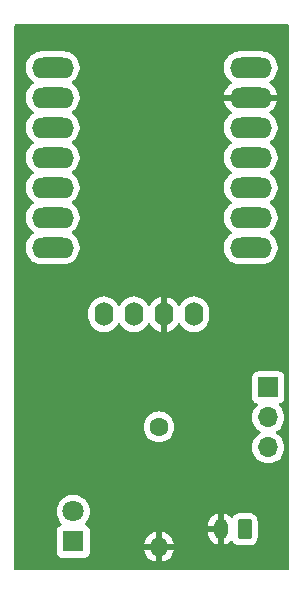
<source format=gbr>
%TF.GenerationSoftware,KiCad,Pcbnew,8.0.8*%
%TF.CreationDate,2025-02-27T00:19:43-08:00*%
%TF.ProjectId,Lab3v3,4c616233-7633-42e6-9b69-6361645f7063,V1*%
%TF.SameCoordinates,Original*%
%TF.FileFunction,Copper,L2,Bot*%
%TF.FilePolarity,Positive*%
%FSLAX46Y46*%
G04 Gerber Fmt 4.6, Leading zero omitted, Abs format (unit mm)*
G04 Created by KiCad (PCBNEW 8.0.8) date 2025-02-27 00:19:43*
%MOMM*%
%LPD*%
G01*
G04 APERTURE LIST*
G04 Aperture macros list*
%AMRoundRect*
0 Rectangle with rounded corners*
0 $1 Rounding radius*
0 $2 $3 $4 $5 $6 $7 $8 $9 X,Y pos of 4 corners*
0 Add a 4 corners polygon primitive as box body*
4,1,4,$2,$3,$4,$5,$6,$7,$8,$9,$2,$3,0*
0 Add four circle primitives for the rounded corners*
1,1,$1+$1,$2,$3*
1,1,$1+$1,$4,$5*
1,1,$1+$1,$6,$7*
1,1,$1+$1,$8,$9*
0 Add four rect primitives between the rounded corners*
20,1,$1+$1,$2,$3,$4,$5,0*
20,1,$1+$1,$4,$5,$6,$7,0*
20,1,$1+$1,$6,$7,$8,$9,0*
20,1,$1+$1,$8,$9,$2,$3,0*%
G04 Aperture macros list end*
%TA.AperFunction,ComponentPad*%
%ADD10R,1.800000X1.800000*%
%TD*%
%TA.AperFunction,ComponentPad*%
%ADD11C,1.800000*%
%TD*%
%TA.AperFunction,ComponentPad*%
%ADD12O,1.600000X2.000000*%
%TD*%
%TA.AperFunction,ComponentPad*%
%ADD13C,1.600000*%
%TD*%
%TA.AperFunction,ComponentPad*%
%ADD14O,1.600000X1.600000*%
%TD*%
%TA.AperFunction,ComponentPad*%
%ADD15R,1.700000X1.700000*%
%TD*%
%TA.AperFunction,ComponentPad*%
%ADD16O,1.700000X1.700000*%
%TD*%
%TA.AperFunction,ComponentPad*%
%ADD17O,3.556000X1.778000*%
%TD*%
%TA.AperFunction,ComponentPad*%
%ADD18RoundRect,0.250000X0.350000X0.625000X-0.350000X0.625000X-0.350000X-0.625000X0.350000X-0.625000X0*%
%TD*%
%TA.AperFunction,ComponentPad*%
%ADD19O,1.200000X1.750000*%
%TD*%
G04 APERTURE END LIST*
D10*
%TO.P,D4,1,K*%
%TO.N,Net-(D4-K)*%
X151500000Y-118790000D03*
D11*
%TO.P,D4,2,A*%
%TO.N,Net-(D4-A)*%
X151500000Y-116250000D03*
%TD*%
D12*
%TO.P,Humidity1,4,VIN*%
%TO.N,Net-(Humidity1-VIN)*%
X161700000Y-99550000D03*
%TO.P,Humidity1,3,GND*%
%TO.N,GND*%
X159160000Y-99550000D03*
%TO.P,Humidity1,2,SCL*%
%TO.N,Net-(Humidity1-SCL)*%
X156620000Y-99550000D03*
%TO.P,Humidity1,1,SDA*%
%TO.N,Net-(Humidity1-SDA)*%
X154080000Y-99550000D03*
%TD*%
D13*
%TO.P,R5,1*%
%TO.N,Net-(D4-K)*%
X158750000Y-109090000D03*
D14*
%TO.P,R5,2*%
%TO.N,GND*%
X158750000Y-119250000D03*
%TD*%
D15*
%TO.P,SW1,1,A*%
%TO.N,Net-(SW1-A)*%
X168000000Y-105750000D03*
D16*
%TO.P,SW1,2,B*%
%TO.N,Net-(BT1-+)*%
X168000000Y-108290000D03*
%TO.P,SW1,3,C*%
%TO.N,unconnected-(SW1-C-Pad3)*%
X168000000Y-110830000D03*
%TD*%
D17*
%TO.P,U3,1,PA02_A0_D0*%
%TO.N,unconnected-(U3-PA02_A0_D0-Pad1)*%
X149748000Y-78670000D03*
%TO.P,U3,2,PA4_A1_D1*%
%TO.N,unconnected-(U3-PA4_A1_D1-Pad2)*%
X149748000Y-81210000D03*
%TO.P,U3,3,PA10_A2_D2*%
%TO.N,unconnected-(U3-PA10_A2_D2-Pad3)*%
X149748000Y-83750000D03*
%TO.P,U3,4,PA11_A3_D3*%
%TO.N,unconnected-(U3-PA11_A3_D3-Pad4)*%
X149748000Y-86290000D03*
%TO.P,U3,5,PA8_A4_D4_SDA*%
%TO.N,Net-(Humidity1-SDA)*%
X149748000Y-88830000D03*
%TO.P,U3,6,PA9_A5_D5_SCL*%
%TO.N,Net-(Humidity1-SCL)*%
X149748000Y-91370000D03*
%TO.P,U3,7,PB08_A6_D6_TX*%
%TO.N,unconnected-(U3-PB08_A6_D6_TX-Pad7)*%
X149748000Y-93910000D03*
%TO.P,U3,8,5V*%
%TO.N,Net-(SW1-A)*%
X166512000Y-78670000D03*
%TO.P,U3,9,GND*%
%TO.N,GND*%
X166512000Y-81210000D03*
%TO.P,U3,10,3V3*%
%TO.N,Net-(Humidity1-VIN)*%
X166512000Y-83750000D03*
%TO.P,U3,11,PA6_A10_D10_MOSI*%
%TO.N,Net-(D4-A)*%
X166512000Y-86290000D03*
%TO.P,U3,12,PA5_A9_D9_MISO*%
%TO.N,unconnected-(U3-PA5_A9_D9_MISO-Pad12)*%
X166512000Y-88830000D03*
%TO.P,U3,13,PA7_A8_D8_SCK*%
%TO.N,unconnected-(U3-PA7_A8_D8_SCK-Pad13)*%
X166512000Y-91370000D03*
%TO.P,U3,14,PB09_A7_D7_RX*%
%TO.N,unconnected-(U3-PB09_A7_D7_RX-Pad14)*%
X166512000Y-93910000D03*
%TD*%
D18*
%TO.P,BT1,1,+*%
%TO.N,Net-(BT1-+)*%
X166000000Y-117750000D03*
D19*
%TO.P,BT1,2,-*%
%TO.N,GND*%
X164000000Y-117750000D03*
%TD*%
%TA.AperFunction,Conductor*%
%TO.N,GND*%
G36*
X169692539Y-75020185D02*
G01*
X169738294Y-75072989D01*
X169749500Y-75124500D01*
X169749500Y-121125500D01*
X169729815Y-121192539D01*
X169677011Y-121238294D01*
X169625500Y-121249500D01*
X146624500Y-121249500D01*
X146557461Y-121229815D01*
X146511706Y-121177011D01*
X146500500Y-121125500D01*
X146500500Y-116249993D01*
X150094700Y-116249993D01*
X150094700Y-116250006D01*
X150113864Y-116481297D01*
X150113866Y-116481308D01*
X150170842Y-116706300D01*
X150264075Y-116918848D01*
X150391016Y-117113147D01*
X150391019Y-117113151D01*
X150391021Y-117113153D01*
X150485803Y-117216114D01*
X150516724Y-117278767D01*
X150508864Y-117348193D01*
X150464716Y-117402348D01*
X150437906Y-117416277D01*
X150357669Y-117446203D01*
X150357664Y-117446206D01*
X150242455Y-117532452D01*
X150242452Y-117532455D01*
X150156206Y-117647664D01*
X150156202Y-117647671D01*
X150105908Y-117782517D01*
X150099501Y-117842116D01*
X150099501Y-117842123D01*
X150099500Y-117842135D01*
X150099500Y-119737870D01*
X150099501Y-119737876D01*
X150105908Y-119797483D01*
X150156202Y-119932328D01*
X150156206Y-119932335D01*
X150242452Y-120047544D01*
X150242455Y-120047547D01*
X150357664Y-120133793D01*
X150357671Y-120133797D01*
X150492517Y-120184091D01*
X150492516Y-120184091D01*
X150499444Y-120184835D01*
X150552127Y-120190500D01*
X152447872Y-120190499D01*
X152507483Y-120184091D01*
X152642331Y-120133796D01*
X152757546Y-120047546D01*
X152843796Y-119932331D01*
X152894091Y-119797483D01*
X152900500Y-119737873D01*
X152900500Y-118999999D01*
X157471127Y-118999999D01*
X157471128Y-119000000D01*
X158434314Y-119000000D01*
X158429920Y-119004394D01*
X158377259Y-119095606D01*
X158350000Y-119197339D01*
X158350000Y-119302661D01*
X158377259Y-119404394D01*
X158429920Y-119495606D01*
X158434314Y-119500000D01*
X157471128Y-119500000D01*
X157523730Y-119696317D01*
X157523734Y-119696326D01*
X157619865Y-119902482D01*
X157750342Y-120088820D01*
X157911179Y-120249657D01*
X158097517Y-120380134D01*
X158303673Y-120476265D01*
X158303682Y-120476269D01*
X158499999Y-120528872D01*
X158500000Y-120528871D01*
X158500000Y-119565686D01*
X158504394Y-119570080D01*
X158595606Y-119622741D01*
X158697339Y-119650000D01*
X158802661Y-119650000D01*
X158904394Y-119622741D01*
X158995606Y-119570080D01*
X159000000Y-119565686D01*
X159000000Y-120528872D01*
X159196317Y-120476269D01*
X159196326Y-120476265D01*
X159402482Y-120380134D01*
X159588820Y-120249657D01*
X159749657Y-120088820D01*
X159880134Y-119902482D01*
X159976265Y-119696326D01*
X159976269Y-119696317D01*
X160028872Y-119500000D01*
X159065686Y-119500000D01*
X159070080Y-119495606D01*
X159122741Y-119404394D01*
X159150000Y-119302661D01*
X159150000Y-119197339D01*
X159122741Y-119095606D01*
X159070080Y-119004394D01*
X159065686Y-119000000D01*
X160028872Y-119000000D01*
X160028872Y-118999999D01*
X159976269Y-118803682D01*
X159976265Y-118803673D01*
X159880134Y-118597517D01*
X159749657Y-118411179D01*
X159588820Y-118250342D01*
X159402482Y-118119865D01*
X159196328Y-118023734D01*
X159000000Y-117971127D01*
X159000000Y-118934314D01*
X158995606Y-118929920D01*
X158904394Y-118877259D01*
X158802661Y-118850000D01*
X158697339Y-118850000D01*
X158595606Y-118877259D01*
X158504394Y-118929920D01*
X158500000Y-118934314D01*
X158500000Y-117971127D01*
X158303671Y-118023734D01*
X158097517Y-118119865D01*
X157911179Y-118250342D01*
X157750342Y-118411179D01*
X157619865Y-118597517D01*
X157523734Y-118803673D01*
X157523730Y-118803682D01*
X157471127Y-118999999D01*
X152900500Y-118999999D01*
X152900499Y-117842128D01*
X152894091Y-117782517D01*
X152843796Y-117647669D01*
X152843795Y-117647668D01*
X152843793Y-117647664D01*
X152757547Y-117532455D01*
X152757544Y-117532452D01*
X152642335Y-117446206D01*
X152642328Y-117446202D01*
X152562094Y-117416277D01*
X152524891Y-117388428D01*
X162900000Y-117388428D01*
X162900000Y-117500000D01*
X163719670Y-117500000D01*
X163699925Y-117519745D01*
X163650556Y-117605255D01*
X163625000Y-117700630D01*
X163625000Y-117799370D01*
X163650556Y-117894745D01*
X163699925Y-117980255D01*
X163719670Y-118000000D01*
X162900000Y-118000000D01*
X162900000Y-118111571D01*
X162927085Y-118282584D01*
X162980591Y-118447257D01*
X163059195Y-118601524D01*
X163160967Y-118741602D01*
X163283397Y-118864032D01*
X163423475Y-118965804D01*
X163577744Y-119044408D01*
X163742415Y-119097914D01*
X163742414Y-119097914D01*
X163749999Y-119099115D01*
X163750000Y-119099114D01*
X163750000Y-118030330D01*
X163769745Y-118050075D01*
X163855255Y-118099444D01*
X163950630Y-118125000D01*
X164049370Y-118125000D01*
X164144745Y-118099444D01*
X164230255Y-118050075D01*
X164250000Y-118030330D01*
X164250000Y-119099115D01*
X164257584Y-119097914D01*
X164422255Y-119044408D01*
X164576524Y-118965804D01*
X164716598Y-118864035D01*
X164824199Y-118756434D01*
X164885522Y-118722949D01*
X164955214Y-118727933D01*
X165011148Y-118769804D01*
X165017418Y-118779016D01*
X165057288Y-118843656D01*
X165181344Y-118967712D01*
X165330666Y-119059814D01*
X165497203Y-119114999D01*
X165599991Y-119125500D01*
X166400008Y-119125499D01*
X166400016Y-119125498D01*
X166400019Y-119125498D01*
X166456302Y-119119748D01*
X166502797Y-119114999D01*
X166669334Y-119059814D01*
X166818656Y-118967712D01*
X166942712Y-118843656D01*
X167034814Y-118694334D01*
X167089999Y-118527797D01*
X167100500Y-118425009D01*
X167100499Y-117074992D01*
X167089999Y-116972203D01*
X167034814Y-116805666D01*
X166942712Y-116656344D01*
X166818656Y-116532288D01*
X166669334Y-116440186D01*
X166502797Y-116385001D01*
X166502795Y-116385000D01*
X166400010Y-116374500D01*
X165599998Y-116374500D01*
X165599980Y-116374501D01*
X165497203Y-116385000D01*
X165497200Y-116385001D01*
X165330668Y-116440185D01*
X165330663Y-116440187D01*
X165181342Y-116532289D01*
X165057289Y-116656342D01*
X165017420Y-116720981D01*
X164965472Y-116767705D01*
X164896509Y-116778928D01*
X164832427Y-116751084D01*
X164824200Y-116743565D01*
X164716602Y-116635967D01*
X164576524Y-116534195D01*
X164422257Y-116455591D01*
X164257589Y-116402087D01*
X164257581Y-116402085D01*
X164250000Y-116400884D01*
X164250000Y-117469670D01*
X164230255Y-117449925D01*
X164144745Y-117400556D01*
X164049370Y-117375000D01*
X163950630Y-117375000D01*
X163855255Y-117400556D01*
X163769745Y-117449925D01*
X163750000Y-117469670D01*
X163750000Y-116400884D01*
X163749999Y-116400884D01*
X163742418Y-116402085D01*
X163742410Y-116402087D01*
X163577742Y-116455591D01*
X163423475Y-116534195D01*
X163283397Y-116635967D01*
X163160967Y-116758397D01*
X163059195Y-116898475D01*
X162980591Y-117052742D01*
X162927085Y-117217415D01*
X162900000Y-117388428D01*
X152524891Y-117388428D01*
X152506160Y-117374406D01*
X152481743Y-117308941D01*
X152496595Y-117240668D01*
X152514190Y-117216121D01*
X152608979Y-117113153D01*
X152735924Y-116918849D01*
X152829157Y-116706300D01*
X152886134Y-116481305D01*
X152889541Y-116440186D01*
X152905300Y-116250006D01*
X152905300Y-116249993D01*
X152886135Y-116018702D01*
X152886133Y-116018691D01*
X152829157Y-115793699D01*
X152735924Y-115581151D01*
X152608983Y-115386852D01*
X152608980Y-115386849D01*
X152608979Y-115386847D01*
X152451784Y-115216087D01*
X152451779Y-115216083D01*
X152451777Y-115216081D01*
X152268634Y-115073535D01*
X152268628Y-115073531D01*
X152064504Y-114963064D01*
X152064495Y-114963061D01*
X151844984Y-114887702D01*
X151673282Y-114859050D01*
X151616049Y-114849500D01*
X151383951Y-114849500D01*
X151338164Y-114857140D01*
X151155015Y-114887702D01*
X150935504Y-114963061D01*
X150935495Y-114963064D01*
X150731371Y-115073531D01*
X150731365Y-115073535D01*
X150548222Y-115216081D01*
X150548219Y-115216084D01*
X150391016Y-115386852D01*
X150264075Y-115581151D01*
X150170842Y-115793699D01*
X150113866Y-116018691D01*
X150113864Y-116018702D01*
X150094700Y-116249993D01*
X146500500Y-116249993D01*
X146500500Y-109089998D01*
X157444532Y-109089998D01*
X157444532Y-109090001D01*
X157464364Y-109316686D01*
X157464366Y-109316697D01*
X157523258Y-109536488D01*
X157523261Y-109536497D01*
X157619431Y-109742732D01*
X157619432Y-109742734D01*
X157749954Y-109929141D01*
X157910858Y-110090045D01*
X157910861Y-110090047D01*
X158097266Y-110220568D01*
X158303504Y-110316739D01*
X158523308Y-110375635D01*
X158685230Y-110389801D01*
X158749998Y-110395468D01*
X158750000Y-110395468D01*
X158750002Y-110395468D01*
X158806673Y-110390509D01*
X158976692Y-110375635D01*
X159196496Y-110316739D01*
X159402734Y-110220568D01*
X159589139Y-110090047D01*
X159750047Y-109929139D01*
X159880568Y-109742734D01*
X159976739Y-109536496D01*
X160035635Y-109316692D01*
X160055468Y-109090000D01*
X160035635Y-108863308D01*
X159976739Y-108643504D01*
X159880568Y-108437266D01*
X159777451Y-108289999D01*
X166644341Y-108289999D01*
X166644341Y-108290000D01*
X166664936Y-108525403D01*
X166664938Y-108525413D01*
X166726094Y-108753655D01*
X166726096Y-108753659D01*
X166726097Y-108753663D01*
X166777228Y-108863313D01*
X166825965Y-108967830D01*
X166825967Y-108967834D01*
X166961501Y-109161395D01*
X166961506Y-109161402D01*
X167128597Y-109328493D01*
X167128603Y-109328498D01*
X167314158Y-109458425D01*
X167357783Y-109513002D01*
X167364977Y-109582500D01*
X167333454Y-109644855D01*
X167314158Y-109661575D01*
X167128597Y-109791505D01*
X166961505Y-109958597D01*
X166825965Y-110152169D01*
X166825964Y-110152171D01*
X166726098Y-110366335D01*
X166726094Y-110366344D01*
X166664938Y-110594586D01*
X166664936Y-110594596D01*
X166644341Y-110829999D01*
X166644341Y-110830000D01*
X166664936Y-111065403D01*
X166664938Y-111065413D01*
X166726094Y-111293655D01*
X166726096Y-111293659D01*
X166726097Y-111293663D01*
X166825965Y-111507830D01*
X166825967Y-111507834D01*
X166934281Y-111662521D01*
X166961505Y-111701401D01*
X167128599Y-111868495D01*
X167225384Y-111936265D01*
X167322165Y-112004032D01*
X167322167Y-112004033D01*
X167322170Y-112004035D01*
X167536337Y-112103903D01*
X167764592Y-112165063D01*
X167952918Y-112181539D01*
X167999999Y-112185659D01*
X168000000Y-112185659D01*
X168000001Y-112185659D01*
X168039234Y-112182226D01*
X168235408Y-112165063D01*
X168463663Y-112103903D01*
X168677830Y-112004035D01*
X168871401Y-111868495D01*
X169038495Y-111701401D01*
X169174035Y-111507830D01*
X169273903Y-111293663D01*
X169335063Y-111065408D01*
X169355659Y-110830000D01*
X169335063Y-110594592D01*
X169273903Y-110366337D01*
X169174035Y-110152171D01*
X169130536Y-110090047D01*
X169038494Y-109958597D01*
X168871402Y-109791506D01*
X168871396Y-109791501D01*
X168685842Y-109661575D01*
X168642217Y-109606998D01*
X168635023Y-109537500D01*
X168666546Y-109475145D01*
X168685842Y-109458425D01*
X168708026Y-109442891D01*
X168871401Y-109328495D01*
X169038495Y-109161401D01*
X169174035Y-108967830D01*
X169273903Y-108753663D01*
X169335063Y-108525408D01*
X169355659Y-108290000D01*
X169335063Y-108054592D01*
X169273903Y-107826337D01*
X169174035Y-107612171D01*
X169038495Y-107418599D01*
X168916567Y-107296671D01*
X168883084Y-107235351D01*
X168888068Y-107165659D01*
X168929939Y-107109725D01*
X168960915Y-107092810D01*
X169092331Y-107043796D01*
X169207546Y-106957546D01*
X169293796Y-106842331D01*
X169344091Y-106707483D01*
X169350500Y-106647873D01*
X169350499Y-104852128D01*
X169344091Y-104792517D01*
X169293796Y-104657669D01*
X169293795Y-104657668D01*
X169293793Y-104657664D01*
X169207547Y-104542455D01*
X169207544Y-104542452D01*
X169092335Y-104456206D01*
X169092328Y-104456202D01*
X168957482Y-104405908D01*
X168957483Y-104405908D01*
X168897883Y-104399501D01*
X168897881Y-104399500D01*
X168897873Y-104399500D01*
X168897864Y-104399500D01*
X167102129Y-104399500D01*
X167102123Y-104399501D01*
X167042516Y-104405908D01*
X166907671Y-104456202D01*
X166907664Y-104456206D01*
X166792455Y-104542452D01*
X166792452Y-104542455D01*
X166706206Y-104657664D01*
X166706202Y-104657671D01*
X166655908Y-104792517D01*
X166649501Y-104852116D01*
X166649501Y-104852123D01*
X166649500Y-104852135D01*
X166649500Y-106647870D01*
X166649501Y-106647876D01*
X166655908Y-106707483D01*
X166706202Y-106842328D01*
X166706206Y-106842335D01*
X166792452Y-106957544D01*
X166792455Y-106957547D01*
X166907664Y-107043793D01*
X166907671Y-107043797D01*
X167039081Y-107092810D01*
X167095015Y-107134681D01*
X167119432Y-107200145D01*
X167104580Y-107268418D01*
X167083430Y-107296673D01*
X166961503Y-107418600D01*
X166825965Y-107612169D01*
X166825964Y-107612171D01*
X166726098Y-107826335D01*
X166726094Y-107826344D01*
X166664938Y-108054586D01*
X166664936Y-108054596D01*
X166644341Y-108289999D01*
X159777451Y-108289999D01*
X159750047Y-108250861D01*
X159750045Y-108250858D01*
X159589141Y-108089954D01*
X159402734Y-107959432D01*
X159402732Y-107959431D01*
X159196497Y-107863261D01*
X159196488Y-107863258D01*
X158976697Y-107804366D01*
X158976693Y-107804365D01*
X158976692Y-107804365D01*
X158976691Y-107804364D01*
X158976686Y-107804364D01*
X158750002Y-107784532D01*
X158749998Y-107784532D01*
X158523313Y-107804364D01*
X158523302Y-107804366D01*
X158303511Y-107863258D01*
X158303502Y-107863261D01*
X158097267Y-107959431D01*
X158097265Y-107959432D01*
X157910858Y-108089954D01*
X157749954Y-108250858D01*
X157619432Y-108437265D01*
X157619431Y-108437267D01*
X157523261Y-108643502D01*
X157523258Y-108643511D01*
X157464366Y-108863302D01*
X157464364Y-108863313D01*
X157444532Y-109089998D01*
X146500500Y-109089998D01*
X146500500Y-99247648D01*
X152779500Y-99247648D01*
X152779500Y-99852351D01*
X152811522Y-100054534D01*
X152874781Y-100249223D01*
X152967715Y-100431613D01*
X153088028Y-100597213D01*
X153232786Y-100741971D01*
X153387749Y-100854556D01*
X153398390Y-100862287D01*
X153514607Y-100921503D01*
X153580776Y-100955218D01*
X153580778Y-100955218D01*
X153580781Y-100955220D01*
X153685137Y-100989127D01*
X153775465Y-101018477D01*
X153876557Y-101034488D01*
X153977648Y-101050500D01*
X153977649Y-101050500D01*
X154182351Y-101050500D01*
X154182352Y-101050500D01*
X154384534Y-101018477D01*
X154579219Y-100955220D01*
X154761610Y-100862287D01*
X154854590Y-100794732D01*
X154927213Y-100741971D01*
X154927215Y-100741968D01*
X154927219Y-100741966D01*
X155071966Y-100597219D01*
X155071968Y-100597215D01*
X155071971Y-100597213D01*
X155192284Y-100431614D01*
X155192286Y-100431611D01*
X155192287Y-100431610D01*
X155239516Y-100338917D01*
X155287489Y-100288123D01*
X155355310Y-100271328D01*
X155421445Y-100293865D01*
X155460485Y-100338919D01*
X155507715Y-100431614D01*
X155628028Y-100597213D01*
X155772786Y-100741971D01*
X155927749Y-100854556D01*
X155938390Y-100862287D01*
X156054607Y-100921503D01*
X156120776Y-100955218D01*
X156120778Y-100955218D01*
X156120781Y-100955220D01*
X156225137Y-100989127D01*
X156315465Y-101018477D01*
X156416557Y-101034488D01*
X156517648Y-101050500D01*
X156517649Y-101050500D01*
X156722351Y-101050500D01*
X156722352Y-101050500D01*
X156924534Y-101018477D01*
X157119219Y-100955220D01*
X157301610Y-100862287D01*
X157394590Y-100794732D01*
X157467213Y-100741971D01*
X157467215Y-100741968D01*
X157467219Y-100741966D01*
X157611966Y-100597219D01*
X157611968Y-100597215D01*
X157611971Y-100597213D01*
X157732284Y-100431614D01*
X157732286Y-100431611D01*
X157732287Y-100431610D01*
X157779795Y-100338369D01*
X157827770Y-100287574D01*
X157895591Y-100270779D01*
X157961725Y-100293316D01*
X158000765Y-100338370D01*
X158048140Y-100431349D01*
X158168417Y-100596894D01*
X158168417Y-100596895D01*
X158313104Y-100741582D01*
X158478650Y-100861859D01*
X158660968Y-100954754D01*
X158855578Y-101017988D01*
X158910000Y-101026607D01*
X158910000Y-99983012D01*
X158967007Y-100015925D01*
X159094174Y-100050000D01*
X159225826Y-100050000D01*
X159352993Y-100015925D01*
X159410000Y-99983012D01*
X159410000Y-101026606D01*
X159464421Y-101017988D01*
X159659031Y-100954754D01*
X159841349Y-100861859D01*
X160006894Y-100741582D01*
X160006895Y-100741582D01*
X160151582Y-100596895D01*
X160151582Y-100596894D01*
X160271861Y-100431347D01*
X160319234Y-100338371D01*
X160367208Y-100287575D01*
X160435028Y-100270779D01*
X160501164Y-100293316D01*
X160540203Y-100338369D01*
X160587713Y-100431611D01*
X160708028Y-100597213D01*
X160852786Y-100741971D01*
X161007749Y-100854556D01*
X161018390Y-100862287D01*
X161134607Y-100921503D01*
X161200776Y-100955218D01*
X161200778Y-100955218D01*
X161200781Y-100955220D01*
X161305137Y-100989127D01*
X161395465Y-101018477D01*
X161496557Y-101034488D01*
X161597648Y-101050500D01*
X161597649Y-101050500D01*
X161802351Y-101050500D01*
X161802352Y-101050500D01*
X162004534Y-101018477D01*
X162199219Y-100955220D01*
X162381610Y-100862287D01*
X162474590Y-100794732D01*
X162547213Y-100741971D01*
X162547215Y-100741968D01*
X162547219Y-100741966D01*
X162691966Y-100597219D01*
X162691968Y-100597215D01*
X162691971Y-100597213D01*
X162744732Y-100524590D01*
X162812287Y-100431610D01*
X162905220Y-100249219D01*
X162968477Y-100054534D01*
X163000500Y-99852352D01*
X163000500Y-99247648D01*
X162968477Y-99045466D01*
X162905220Y-98850781D01*
X162905218Y-98850778D01*
X162905218Y-98850776D01*
X162812419Y-98668650D01*
X162812287Y-98668390D01*
X162804556Y-98657749D01*
X162691971Y-98502786D01*
X162547213Y-98358028D01*
X162381613Y-98237715D01*
X162381612Y-98237714D01*
X162381610Y-98237713D01*
X162324653Y-98208691D01*
X162199223Y-98144781D01*
X162004534Y-98081522D01*
X161829995Y-98053878D01*
X161802352Y-98049500D01*
X161597648Y-98049500D01*
X161573329Y-98053351D01*
X161395465Y-98081522D01*
X161200776Y-98144781D01*
X161018386Y-98237715D01*
X160852786Y-98358028D01*
X160708028Y-98502786D01*
X160587713Y-98668388D01*
X160540203Y-98761630D01*
X160492228Y-98812426D01*
X160424407Y-98829220D01*
X160358272Y-98806682D01*
X160319234Y-98761628D01*
X160271861Y-98668652D01*
X160151582Y-98503105D01*
X160151582Y-98503104D01*
X160006895Y-98358417D01*
X159841349Y-98238140D01*
X159659029Y-98145244D01*
X159464413Y-98082009D01*
X159410000Y-98073390D01*
X159410000Y-99116988D01*
X159352993Y-99084075D01*
X159225826Y-99050000D01*
X159094174Y-99050000D01*
X158967007Y-99084075D01*
X158910000Y-99116988D01*
X158910000Y-98073390D01*
X158855586Y-98082009D01*
X158660970Y-98145244D01*
X158478650Y-98238140D01*
X158313105Y-98358417D01*
X158313104Y-98358417D01*
X158168417Y-98503104D01*
X158168417Y-98503105D01*
X158048140Y-98668650D01*
X158000765Y-98761629D01*
X157952790Y-98812425D01*
X157884969Y-98829220D01*
X157818834Y-98806682D01*
X157779795Y-98761629D01*
X157732419Y-98668650D01*
X157732287Y-98668390D01*
X157724556Y-98657749D01*
X157611971Y-98502786D01*
X157467213Y-98358028D01*
X157301613Y-98237715D01*
X157301612Y-98237714D01*
X157301610Y-98237713D01*
X157244653Y-98208691D01*
X157119223Y-98144781D01*
X156924534Y-98081522D01*
X156749995Y-98053878D01*
X156722352Y-98049500D01*
X156517648Y-98049500D01*
X156493329Y-98053351D01*
X156315465Y-98081522D01*
X156120776Y-98144781D01*
X155938386Y-98237715D01*
X155772786Y-98358028D01*
X155628028Y-98502786D01*
X155507715Y-98668386D01*
X155460485Y-98761080D01*
X155412510Y-98811876D01*
X155344689Y-98828671D01*
X155278554Y-98806134D01*
X155239515Y-98761080D01*
X155192419Y-98668650D01*
X155192287Y-98668390D01*
X155184556Y-98657749D01*
X155071971Y-98502786D01*
X154927213Y-98358028D01*
X154761613Y-98237715D01*
X154761612Y-98237714D01*
X154761610Y-98237713D01*
X154704653Y-98208691D01*
X154579223Y-98144781D01*
X154384534Y-98081522D01*
X154209995Y-98053878D01*
X154182352Y-98049500D01*
X153977648Y-98049500D01*
X153953329Y-98053351D01*
X153775465Y-98081522D01*
X153580776Y-98144781D01*
X153398386Y-98237715D01*
X153232786Y-98358028D01*
X153088028Y-98502786D01*
X152967715Y-98668386D01*
X152874781Y-98850776D01*
X152811522Y-99045465D01*
X152779500Y-99247648D01*
X146500500Y-99247648D01*
X146500500Y-78560638D01*
X147469500Y-78560638D01*
X147469500Y-78779361D01*
X147503714Y-78995376D01*
X147571297Y-79203380D01*
X147571298Y-79203383D01*
X147670595Y-79398260D01*
X147799142Y-79575193D01*
X147953806Y-79729857D01*
X148104969Y-79839682D01*
X148147635Y-79895011D01*
X148153614Y-79964625D01*
X148121009Y-80026420D01*
X148104969Y-80040318D01*
X147953806Y-80150142D01*
X147799142Y-80304806D01*
X147670595Y-80481739D01*
X147571298Y-80676616D01*
X147571297Y-80676619D01*
X147503714Y-80884623D01*
X147469500Y-81100638D01*
X147469500Y-81319361D01*
X147503714Y-81535376D01*
X147571297Y-81743380D01*
X147571298Y-81743383D01*
X147638782Y-81875825D01*
X147670461Y-81937998D01*
X147670595Y-81938260D01*
X147799142Y-82115193D01*
X147953806Y-82269857D01*
X148104969Y-82379682D01*
X148147635Y-82435011D01*
X148153614Y-82504625D01*
X148121009Y-82566420D01*
X148104969Y-82580318D01*
X147953806Y-82690142D01*
X147799142Y-82844806D01*
X147670595Y-83021739D01*
X147571298Y-83216616D01*
X147571297Y-83216619D01*
X147503714Y-83424623D01*
X147469500Y-83640638D01*
X147469500Y-83859361D01*
X147503714Y-84075376D01*
X147571297Y-84283380D01*
X147571298Y-84283383D01*
X147670595Y-84478260D01*
X147799142Y-84655193D01*
X147953806Y-84809857D01*
X148104969Y-84919682D01*
X148147635Y-84975011D01*
X148153614Y-85044625D01*
X148121009Y-85106420D01*
X148104969Y-85120318D01*
X147953806Y-85230142D01*
X147799142Y-85384806D01*
X147670595Y-85561739D01*
X147571298Y-85756616D01*
X147571297Y-85756619D01*
X147503714Y-85964623D01*
X147469500Y-86180638D01*
X147469500Y-86399361D01*
X147503714Y-86615376D01*
X147571297Y-86823380D01*
X147571298Y-86823383D01*
X147670595Y-87018260D01*
X147799142Y-87195193D01*
X147953806Y-87349857D01*
X148104969Y-87459682D01*
X148147635Y-87515011D01*
X148153614Y-87584625D01*
X148121009Y-87646420D01*
X148104969Y-87660318D01*
X147953806Y-87770142D01*
X147799142Y-87924806D01*
X147670595Y-88101739D01*
X147571298Y-88296616D01*
X147571297Y-88296619D01*
X147503714Y-88504623D01*
X147469500Y-88720638D01*
X147469500Y-88939361D01*
X147503714Y-89155376D01*
X147571297Y-89363380D01*
X147571298Y-89363383D01*
X147670595Y-89558260D01*
X147799142Y-89735193D01*
X147953806Y-89889857D01*
X148104969Y-89999682D01*
X148147635Y-90055011D01*
X148153614Y-90124625D01*
X148121009Y-90186420D01*
X148104969Y-90200318D01*
X147953806Y-90310142D01*
X147799142Y-90464806D01*
X147670595Y-90641739D01*
X147571298Y-90836616D01*
X147571297Y-90836619D01*
X147503714Y-91044623D01*
X147469500Y-91260638D01*
X147469500Y-91479361D01*
X147503714Y-91695376D01*
X147571297Y-91903380D01*
X147571298Y-91903383D01*
X147670595Y-92098260D01*
X147799142Y-92275193D01*
X147953806Y-92429857D01*
X148104969Y-92539682D01*
X148147635Y-92595011D01*
X148153614Y-92664625D01*
X148121009Y-92726420D01*
X148104969Y-92740318D01*
X147953806Y-92850142D01*
X147799142Y-93004806D01*
X147670595Y-93181739D01*
X147571298Y-93376616D01*
X147571297Y-93376619D01*
X147503714Y-93584623D01*
X147469500Y-93800638D01*
X147469500Y-94019361D01*
X147503714Y-94235376D01*
X147571297Y-94443380D01*
X147571298Y-94443383D01*
X147670595Y-94638260D01*
X147799142Y-94815193D01*
X147953806Y-94969857D01*
X148119374Y-95090147D01*
X148130743Y-95098407D01*
X148258132Y-95163315D01*
X148325616Y-95197701D01*
X148325619Y-95197702D01*
X148429621Y-95231493D01*
X148533625Y-95265286D01*
X148633672Y-95281132D01*
X148749639Y-95299500D01*
X148749644Y-95299500D01*
X150746361Y-95299500D01*
X150851082Y-95282912D01*
X150962375Y-95265286D01*
X151170383Y-95197701D01*
X151365257Y-95098407D01*
X151464601Y-95026229D01*
X151542193Y-94969857D01*
X151542195Y-94969854D01*
X151542199Y-94969852D01*
X151696852Y-94815199D01*
X151696854Y-94815195D01*
X151696857Y-94815193D01*
X151753229Y-94737601D01*
X151825407Y-94638257D01*
X151924701Y-94443383D01*
X151992286Y-94235375D01*
X152009912Y-94124082D01*
X152026500Y-94019361D01*
X152026500Y-93800638D01*
X152006595Y-93674971D01*
X151992286Y-93584625D01*
X151924701Y-93376617D01*
X151924701Y-93376616D01*
X151890315Y-93309132D01*
X151825407Y-93181743D01*
X151817147Y-93170374D01*
X151696857Y-93004806D01*
X151542199Y-92850148D01*
X151542191Y-92850142D01*
X151391028Y-92740316D01*
X151348364Y-92684989D01*
X151342385Y-92615376D01*
X151374990Y-92553580D01*
X151391023Y-92539686D01*
X151542199Y-92429852D01*
X151696852Y-92275199D01*
X151696854Y-92275195D01*
X151696857Y-92275193D01*
X151753229Y-92197601D01*
X151825407Y-92098257D01*
X151924701Y-91903383D01*
X151992286Y-91695375D01*
X152009912Y-91584082D01*
X152026500Y-91479361D01*
X152026500Y-91260638D01*
X152006595Y-91134971D01*
X151992286Y-91044625D01*
X151924701Y-90836617D01*
X151924701Y-90836616D01*
X151890315Y-90769132D01*
X151825407Y-90641743D01*
X151817147Y-90630374D01*
X151696857Y-90464806D01*
X151542199Y-90310148D01*
X151542191Y-90310142D01*
X151391028Y-90200316D01*
X151348364Y-90144989D01*
X151342385Y-90075376D01*
X151374990Y-90013580D01*
X151391023Y-89999686D01*
X151542199Y-89889852D01*
X151696852Y-89735199D01*
X151696854Y-89735195D01*
X151696857Y-89735193D01*
X151753229Y-89657601D01*
X151825407Y-89558257D01*
X151924701Y-89363383D01*
X151992286Y-89155375D01*
X152009912Y-89044082D01*
X152026500Y-88939361D01*
X152026500Y-88720638D01*
X152006595Y-88594971D01*
X151992286Y-88504625D01*
X151924701Y-88296617D01*
X151924701Y-88296616D01*
X151890315Y-88229132D01*
X151825407Y-88101743D01*
X151817147Y-88090374D01*
X151696857Y-87924806D01*
X151542199Y-87770148D01*
X151542191Y-87770142D01*
X151391028Y-87660316D01*
X151348364Y-87604989D01*
X151342385Y-87535376D01*
X151374990Y-87473580D01*
X151391023Y-87459686D01*
X151542199Y-87349852D01*
X151696852Y-87195199D01*
X151696854Y-87195195D01*
X151696857Y-87195193D01*
X151753229Y-87117601D01*
X151825407Y-87018257D01*
X151924701Y-86823383D01*
X151992286Y-86615375D01*
X152009912Y-86504082D01*
X152026500Y-86399361D01*
X152026500Y-86180638D01*
X152006595Y-86054971D01*
X151992286Y-85964625D01*
X151924701Y-85756617D01*
X151924701Y-85756616D01*
X151890315Y-85689132D01*
X151825407Y-85561743D01*
X151817147Y-85550374D01*
X151696857Y-85384806D01*
X151542199Y-85230148D01*
X151542191Y-85230142D01*
X151391028Y-85120316D01*
X151348364Y-85064989D01*
X151342385Y-84995376D01*
X151374990Y-84933580D01*
X151391023Y-84919686D01*
X151542199Y-84809852D01*
X151696852Y-84655199D01*
X151696854Y-84655195D01*
X151696857Y-84655193D01*
X151753229Y-84577601D01*
X151825407Y-84478257D01*
X151924701Y-84283383D01*
X151992286Y-84075375D01*
X152009912Y-83964082D01*
X152026500Y-83859361D01*
X152026500Y-83640638D01*
X152006595Y-83514971D01*
X151992286Y-83424625D01*
X151924701Y-83216617D01*
X151924701Y-83216616D01*
X151890315Y-83149132D01*
X151825407Y-83021743D01*
X151817147Y-83010374D01*
X151696857Y-82844806D01*
X151542199Y-82690148D01*
X151542191Y-82690142D01*
X151391028Y-82580316D01*
X151348364Y-82524989D01*
X151342385Y-82455376D01*
X151374990Y-82393580D01*
X151391023Y-82379686D01*
X151542199Y-82269852D01*
X151696852Y-82115199D01*
X151696854Y-82115195D01*
X151696857Y-82115193D01*
X151753229Y-82037601D01*
X151825407Y-81938257D01*
X151924701Y-81743383D01*
X151992286Y-81535375D01*
X152012764Y-81406081D01*
X152026500Y-81319361D01*
X152026500Y-81100638D01*
X152004224Y-80960000D01*
X151992286Y-80884625D01*
X151944197Y-80736619D01*
X151924702Y-80676619D01*
X151924701Y-80676616D01*
X151890315Y-80609132D01*
X151825407Y-80481743D01*
X151817147Y-80470374D01*
X151696857Y-80304806D01*
X151542199Y-80150148D01*
X151542191Y-80150142D01*
X151391028Y-80040316D01*
X151348364Y-79984989D01*
X151342385Y-79915376D01*
X151374990Y-79853580D01*
X151391023Y-79839686D01*
X151542199Y-79729852D01*
X151696852Y-79575199D01*
X151696854Y-79575195D01*
X151696857Y-79575193D01*
X151753229Y-79497601D01*
X151825407Y-79398257D01*
X151924701Y-79203383D01*
X151992286Y-78995375D01*
X152009912Y-78884082D01*
X152026500Y-78779361D01*
X152026500Y-78560638D01*
X164233500Y-78560638D01*
X164233500Y-78779361D01*
X164267714Y-78995376D01*
X164335297Y-79203380D01*
X164335298Y-79203383D01*
X164434595Y-79398260D01*
X164563142Y-79575193D01*
X164717802Y-79729853D01*
X164717807Y-79729857D01*
X164869394Y-79839991D01*
X164912060Y-79895320D01*
X164918039Y-79964934D01*
X164885434Y-80026729D01*
X164869394Y-80040627D01*
X164718133Y-80150524D01*
X164718128Y-80150528D01*
X164563528Y-80305128D01*
X164563524Y-80305133D01*
X164435023Y-80482001D01*
X164335762Y-80676808D01*
X164335761Y-80676811D01*
X164268201Y-80884741D01*
X164256282Y-80960000D01*
X165307749Y-80960000D01*
X165276619Y-81013919D01*
X165242000Y-81143120D01*
X165242000Y-81276880D01*
X165276619Y-81406081D01*
X165307749Y-81460000D01*
X164256282Y-81460000D01*
X164268201Y-81535258D01*
X164335761Y-81743188D01*
X164335762Y-81743191D01*
X164435023Y-81937998D01*
X164563524Y-82114866D01*
X164563528Y-82114871D01*
X164718128Y-82269471D01*
X164718133Y-82269475D01*
X164869394Y-82379372D01*
X164912060Y-82434701D01*
X164918039Y-82504315D01*
X164885434Y-82566110D01*
X164869394Y-82580008D01*
X164717807Y-82690142D01*
X164717802Y-82690146D01*
X164563142Y-82844806D01*
X164434595Y-83021739D01*
X164335298Y-83216616D01*
X164335297Y-83216619D01*
X164267714Y-83424623D01*
X164233500Y-83640638D01*
X164233500Y-83859361D01*
X164267714Y-84075376D01*
X164335297Y-84283380D01*
X164335298Y-84283383D01*
X164434595Y-84478260D01*
X164563142Y-84655193D01*
X164717806Y-84809857D01*
X164868969Y-84919682D01*
X164911635Y-84975011D01*
X164917614Y-85044625D01*
X164885009Y-85106420D01*
X164868969Y-85120318D01*
X164717806Y-85230142D01*
X164563142Y-85384806D01*
X164434595Y-85561739D01*
X164335298Y-85756616D01*
X164335297Y-85756619D01*
X164267714Y-85964623D01*
X164233500Y-86180638D01*
X164233500Y-86399361D01*
X164267714Y-86615376D01*
X164335297Y-86823380D01*
X164335298Y-86823383D01*
X164434595Y-87018260D01*
X164563142Y-87195193D01*
X164717806Y-87349857D01*
X164868969Y-87459682D01*
X164911635Y-87515011D01*
X164917614Y-87584625D01*
X164885009Y-87646420D01*
X164868969Y-87660318D01*
X164717806Y-87770142D01*
X164563142Y-87924806D01*
X164434595Y-88101739D01*
X164335298Y-88296616D01*
X164335297Y-88296619D01*
X164267714Y-88504623D01*
X164233500Y-88720638D01*
X164233500Y-88939361D01*
X164267714Y-89155376D01*
X164335297Y-89363380D01*
X164335298Y-89363383D01*
X164434595Y-89558260D01*
X164563142Y-89735193D01*
X164717806Y-89889857D01*
X164868969Y-89999682D01*
X164911635Y-90055011D01*
X164917614Y-90124625D01*
X164885009Y-90186420D01*
X164868969Y-90200318D01*
X164717806Y-90310142D01*
X164563142Y-90464806D01*
X164434595Y-90641739D01*
X164335298Y-90836616D01*
X164335297Y-90836619D01*
X164267714Y-91044623D01*
X164233500Y-91260638D01*
X164233500Y-91479361D01*
X164267714Y-91695376D01*
X164335297Y-91903380D01*
X164335298Y-91903383D01*
X164434595Y-92098260D01*
X164563142Y-92275193D01*
X164717806Y-92429857D01*
X164868969Y-92539682D01*
X164911635Y-92595011D01*
X164917614Y-92664625D01*
X164885009Y-92726420D01*
X164868969Y-92740318D01*
X164717806Y-92850142D01*
X164563142Y-93004806D01*
X164434595Y-93181739D01*
X164335298Y-93376616D01*
X164335297Y-93376619D01*
X164267714Y-93584623D01*
X164233500Y-93800638D01*
X164233500Y-94019361D01*
X164267714Y-94235376D01*
X164335297Y-94443380D01*
X164335298Y-94443383D01*
X164434595Y-94638260D01*
X164563142Y-94815193D01*
X164717806Y-94969857D01*
X164883374Y-95090147D01*
X164894743Y-95098407D01*
X165022132Y-95163315D01*
X165089616Y-95197701D01*
X165089619Y-95197702D01*
X165193621Y-95231493D01*
X165297625Y-95265286D01*
X165397672Y-95281132D01*
X165513639Y-95299500D01*
X165513644Y-95299500D01*
X167510361Y-95299500D01*
X167615082Y-95282912D01*
X167726375Y-95265286D01*
X167934383Y-95197701D01*
X168129257Y-95098407D01*
X168228601Y-95026229D01*
X168306193Y-94969857D01*
X168306195Y-94969854D01*
X168306199Y-94969852D01*
X168460852Y-94815199D01*
X168460854Y-94815195D01*
X168460857Y-94815193D01*
X168517229Y-94737601D01*
X168589407Y-94638257D01*
X168688701Y-94443383D01*
X168756286Y-94235375D01*
X168773912Y-94124082D01*
X168790500Y-94019361D01*
X168790500Y-93800638D01*
X168770595Y-93674971D01*
X168756286Y-93584625D01*
X168688701Y-93376617D01*
X168688701Y-93376616D01*
X168654315Y-93309132D01*
X168589407Y-93181743D01*
X168581147Y-93170374D01*
X168460857Y-93004806D01*
X168306199Y-92850148D01*
X168306191Y-92850142D01*
X168155028Y-92740316D01*
X168112364Y-92684989D01*
X168106385Y-92615376D01*
X168138990Y-92553580D01*
X168155023Y-92539686D01*
X168306199Y-92429852D01*
X168460852Y-92275199D01*
X168460854Y-92275195D01*
X168460857Y-92275193D01*
X168517229Y-92197601D01*
X168589407Y-92098257D01*
X168688701Y-91903383D01*
X168756286Y-91695375D01*
X168773912Y-91584082D01*
X168790500Y-91479361D01*
X168790500Y-91260638D01*
X168770595Y-91134971D01*
X168756286Y-91044625D01*
X168688701Y-90836617D01*
X168688701Y-90836616D01*
X168654315Y-90769132D01*
X168589407Y-90641743D01*
X168581147Y-90630374D01*
X168460857Y-90464806D01*
X168306199Y-90310148D01*
X168306191Y-90310142D01*
X168155028Y-90200316D01*
X168112364Y-90144989D01*
X168106385Y-90075376D01*
X168138990Y-90013580D01*
X168155023Y-89999686D01*
X168306199Y-89889852D01*
X168460852Y-89735199D01*
X168460854Y-89735195D01*
X168460857Y-89735193D01*
X168517229Y-89657601D01*
X168589407Y-89558257D01*
X168688701Y-89363383D01*
X168756286Y-89155375D01*
X168773912Y-89044082D01*
X168790500Y-88939361D01*
X168790500Y-88720638D01*
X168770595Y-88594971D01*
X168756286Y-88504625D01*
X168688701Y-88296617D01*
X168688701Y-88296616D01*
X168654315Y-88229132D01*
X168589407Y-88101743D01*
X168581147Y-88090374D01*
X168460857Y-87924806D01*
X168306199Y-87770148D01*
X168306191Y-87770142D01*
X168155028Y-87660316D01*
X168112364Y-87604989D01*
X168106385Y-87535376D01*
X168138990Y-87473580D01*
X168155023Y-87459686D01*
X168306199Y-87349852D01*
X168460852Y-87195199D01*
X168460854Y-87195195D01*
X168460857Y-87195193D01*
X168517229Y-87117601D01*
X168589407Y-87018257D01*
X168688701Y-86823383D01*
X168756286Y-86615375D01*
X168773912Y-86504082D01*
X168790500Y-86399361D01*
X168790500Y-86180638D01*
X168770595Y-86054971D01*
X168756286Y-85964625D01*
X168688701Y-85756617D01*
X168688701Y-85756616D01*
X168654315Y-85689132D01*
X168589407Y-85561743D01*
X168581147Y-85550374D01*
X168460857Y-85384806D01*
X168306199Y-85230148D01*
X168306191Y-85230142D01*
X168155028Y-85120316D01*
X168112364Y-85064989D01*
X168106385Y-84995376D01*
X168138990Y-84933580D01*
X168155023Y-84919686D01*
X168306199Y-84809852D01*
X168460852Y-84655199D01*
X168460854Y-84655195D01*
X168460857Y-84655193D01*
X168517229Y-84577601D01*
X168589407Y-84478257D01*
X168688701Y-84283383D01*
X168756286Y-84075375D01*
X168773912Y-83964082D01*
X168790500Y-83859361D01*
X168790500Y-83640638D01*
X168770595Y-83514971D01*
X168756286Y-83424625D01*
X168688701Y-83216617D01*
X168688701Y-83216616D01*
X168654315Y-83149132D01*
X168589407Y-83021743D01*
X168581147Y-83010374D01*
X168460857Y-82844806D01*
X168306197Y-82690146D01*
X168306192Y-82690142D01*
X168154605Y-82580008D01*
X168111939Y-82524678D01*
X168105960Y-82455065D01*
X168138565Y-82393270D01*
X168154605Y-82379371D01*
X168305873Y-82269469D01*
X168460471Y-82114871D01*
X168460475Y-82114866D01*
X168588976Y-81937998D01*
X168688237Y-81743191D01*
X168688238Y-81743188D01*
X168755798Y-81535258D01*
X168767718Y-81460000D01*
X166192251Y-81460000D01*
X166223381Y-81406081D01*
X166258000Y-81276880D01*
X166258000Y-81143120D01*
X166223381Y-81013919D01*
X166192251Y-80960000D01*
X168767718Y-80960000D01*
X168755798Y-80884741D01*
X168688238Y-80676811D01*
X168688237Y-80676808D01*
X168588976Y-80482001D01*
X168460475Y-80305133D01*
X168460471Y-80305128D01*
X168305871Y-80150528D01*
X168305866Y-80150524D01*
X168154605Y-80040627D01*
X168111939Y-79985297D01*
X168105960Y-79915684D01*
X168138565Y-79853889D01*
X168154599Y-79839994D01*
X168306199Y-79729852D01*
X168460852Y-79575199D01*
X168460854Y-79575195D01*
X168460857Y-79575193D01*
X168517229Y-79497601D01*
X168589407Y-79398257D01*
X168688701Y-79203383D01*
X168756286Y-78995375D01*
X168773912Y-78884082D01*
X168790500Y-78779361D01*
X168790500Y-78560638D01*
X168770595Y-78434971D01*
X168756286Y-78344625D01*
X168688701Y-78136617D01*
X168688701Y-78136616D01*
X168654315Y-78069132D01*
X168589407Y-77941743D01*
X168581147Y-77930374D01*
X168460857Y-77764806D01*
X168306193Y-77610142D01*
X168129260Y-77481595D01*
X168129259Y-77481594D01*
X168129257Y-77481593D01*
X168066825Y-77449782D01*
X167934383Y-77382298D01*
X167934380Y-77382297D01*
X167726376Y-77314714D01*
X167510361Y-77280500D01*
X167510356Y-77280500D01*
X165513644Y-77280500D01*
X165513639Y-77280500D01*
X165297623Y-77314714D01*
X165089619Y-77382297D01*
X165089616Y-77382298D01*
X164894739Y-77481595D01*
X164717806Y-77610142D01*
X164563142Y-77764806D01*
X164434595Y-77941739D01*
X164335298Y-78136616D01*
X164335297Y-78136619D01*
X164267714Y-78344623D01*
X164233500Y-78560638D01*
X152026500Y-78560638D01*
X152006595Y-78434971D01*
X151992286Y-78344625D01*
X151924701Y-78136617D01*
X151924701Y-78136616D01*
X151890315Y-78069132D01*
X151825407Y-77941743D01*
X151817147Y-77930374D01*
X151696857Y-77764806D01*
X151542193Y-77610142D01*
X151365260Y-77481595D01*
X151365259Y-77481594D01*
X151365257Y-77481593D01*
X151302825Y-77449782D01*
X151170383Y-77382298D01*
X151170380Y-77382297D01*
X150962376Y-77314714D01*
X150746361Y-77280500D01*
X150746356Y-77280500D01*
X148749644Y-77280500D01*
X148749639Y-77280500D01*
X148533623Y-77314714D01*
X148325619Y-77382297D01*
X148325616Y-77382298D01*
X148130739Y-77481595D01*
X147953806Y-77610142D01*
X147799142Y-77764806D01*
X147670595Y-77941739D01*
X147571298Y-78136616D01*
X147571297Y-78136619D01*
X147503714Y-78344623D01*
X147469500Y-78560638D01*
X146500500Y-78560638D01*
X146500500Y-75124500D01*
X146520185Y-75057461D01*
X146572989Y-75011706D01*
X146624500Y-75000500D01*
X169625500Y-75000500D01*
X169692539Y-75020185D01*
G37*
%TD.AperFunction*%
%TD*%
M02*

</source>
